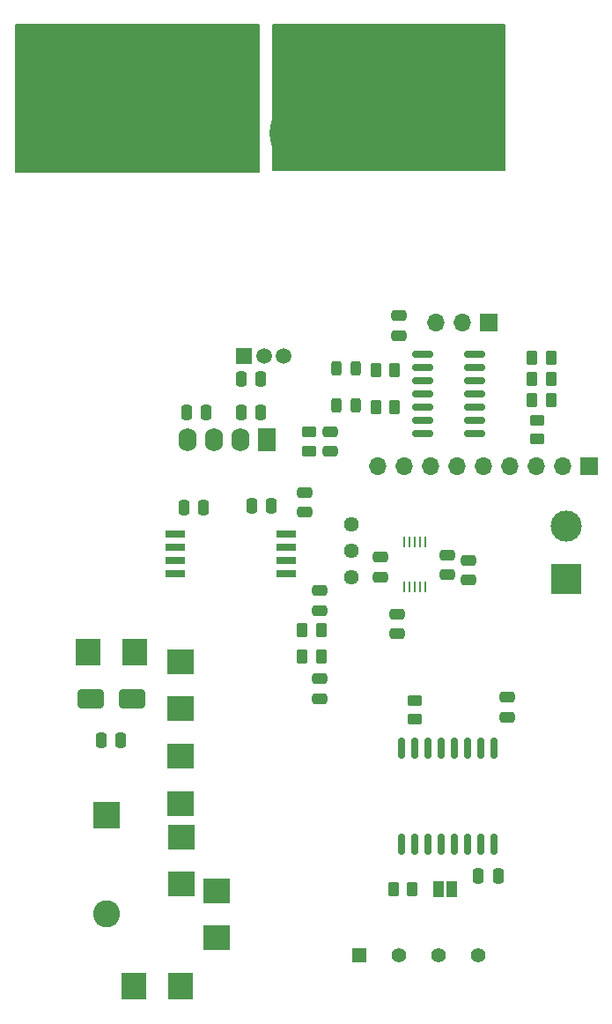
<source format=gbr>
%TF.GenerationSoftware,KiCad,Pcbnew,7.0.11-7.0.11~ubuntu20.04.1*%
%TF.CreationDate,2024-08-15T08:53:24+02:00*%
%TF.ProjectId,diyBMS_CurrentVoltage_ADS1115,64697942-4d53-45f4-9375-7272656e7456,rev?*%
%TF.SameCoordinates,Original*%
%TF.FileFunction,Soldermask,Top*%
%TF.FilePolarity,Negative*%
%FSLAX46Y46*%
G04 Gerber Fmt 4.6, Leading zero omitted, Abs format (unit mm)*
G04 Created by KiCad (PCBNEW 7.0.11-7.0.11~ubuntu20.04.1) date 2024-08-15 08:53:24*
%MOMM*%
%LPD*%
G01*
G04 APERTURE LIST*
G04 Aperture macros list*
%AMRoundRect*
0 Rectangle with rounded corners*
0 $1 Rounding radius*
0 $2 $3 $4 $5 $6 $7 $8 $9 X,Y pos of 4 corners*
0 Add a 4 corners polygon primitive as box body*
4,1,4,$2,$3,$4,$5,$6,$7,$8,$9,$2,$3,0*
0 Add four circle primitives for the rounded corners*
1,1,$1+$1,$2,$3*
1,1,$1+$1,$4,$5*
1,1,$1+$1,$6,$7*
1,1,$1+$1,$8,$9*
0 Add four rect primitives between the rounded corners*
20,1,$1+$1,$2,$3,$4,$5,0*
20,1,$1+$1,$4,$5,$6,$7,0*
20,1,$1+$1,$6,$7,$8,$9,0*
20,1,$1+$1,$8,$9,$2,$3,0*%
%AMHorizOval*
0 Thick line with rounded ends*
0 $1 width*
0 $2 $3 position (X,Y) of the first rounded end (center of the circle)*
0 $4 $5 position (X,Y) of the second rounded end (center of the circle)*
0 Add line between two ends*
20,1,$1,$2,$3,$4,$5,0*
0 Add two circle primitives to create the rounded ends*
1,1,$1,$2,$3*
1,1,$1,$4,$5*%
G04 Aperture macros list end*
%ADD10C,0.150000*%
%ADD11C,0.200000*%
%ADD12R,2.600000X2.484000*%
%ADD13RoundRect,0.150000X-0.150000X0.875000X-0.150000X-0.875000X0.150000X-0.875000X0.150000X0.875000X0*%
%ADD14R,1.400000X1.400000*%
%ADD15C,1.400000*%
%ADD16R,1.700000X1.700000*%
%ADD17O,1.700000X1.700000*%
%ADD18RoundRect,0.250000X0.475000X-0.250000X0.475000X0.250000X-0.475000X0.250000X-0.475000X-0.250000X0*%
%ADD19C,3.200000*%
%ADD20RoundRect,0.250000X-0.250000X-0.475000X0.250000X-0.475000X0.250000X0.475000X-0.250000X0.475000X0*%
%ADD21RoundRect,0.250000X0.250000X0.475000X-0.250000X0.475000X-0.250000X-0.475000X0.250000X-0.475000X0*%
%ADD22RoundRect,0.250000X-0.475000X0.250000X-0.475000X-0.250000X0.475000X-0.250000X0.475000X0.250000X0*%
%ADD23RoundRect,0.250000X-0.262500X-0.450000X0.262500X-0.450000X0.262500X0.450000X-0.262500X0.450000X0*%
%ADD24RoundRect,0.250000X1.000000X0.650000X-1.000000X0.650000X-1.000000X-0.650000X1.000000X-0.650000X0*%
%ADD25RoundRect,0.250000X0.450000X-0.262500X0.450000X0.262500X-0.450000X0.262500X-0.450000X-0.262500X0*%
%ADD26R,2.484000X2.600000*%
%ADD27R,2.600000X2.600000*%
%ADD28C,2.600000*%
%ADD29R,1.905000X0.640000*%
%ADD30R,0.250000X1.100000*%
%ADD31R,1.500000X1.500000*%
%ADD32C,1.500000*%
%ADD33HorizOval,0.800000X0.000000X0.000000X0.000000X0.000000X0*%
%ADD34HorizOval,0.800000X0.000000X0.000000X0.000000X0.000000X0*%
%ADD35C,0.800000*%
%ADD36O,9.000000X6.000000*%
%ADD37RoundRect,0.250000X0.262500X0.450000X-0.262500X0.450000X-0.262500X-0.450000X0.262500X-0.450000X0*%
%ADD38RoundRect,0.243750X-0.243750X-0.456250X0.243750X-0.456250X0.243750X0.456250X-0.243750X0.456250X0*%
%ADD39R,1.000000X1.500000*%
%ADD40RoundRect,0.250000X-0.450000X0.262500X-0.450000X-0.262500X0.450000X-0.262500X0.450000X0.262500X0*%
%ADD41R,3.000000X3.000000*%
%ADD42C,3.000000*%
%ADD43RoundRect,0.150000X-0.825000X-0.150000X0.825000X-0.150000X0.825000X0.150000X-0.825000X0.150000X0*%
%ADD44C,1.440000*%
%ADD45R,1.750000X2.250000*%
%ADD46O,1.750000X2.250000*%
G04 APERTURE END LIST*
D10*
X48895000Y-7620000D02*
X71120000Y-7620000D01*
X71120000Y-21590000D01*
X48895000Y-21590000D01*
X48895000Y-7620000D01*
G36*
X48895000Y-7620000D02*
G01*
X71120000Y-7620000D01*
X71120000Y-21590000D01*
X48895000Y-21590000D01*
X48895000Y-7620000D01*
G37*
D11*
X24130000Y-7620000D02*
X47498000Y-7620000D01*
X47498000Y-21711000D01*
X24130000Y-21711000D01*
X24130000Y-7620000D01*
G36*
X24130000Y-7620000D02*
G01*
X47498000Y-7620000D01*
X47498000Y-21711000D01*
X24130000Y-21711000D01*
X24130000Y-7620000D01*
G37*
D12*
%TO.C,R5*%
X39977000Y-73317500D03*
X39977000Y-68801500D03*
%TD*%
D13*
%TO.C,U5*%
X70104000Y-77060000D03*
X68834000Y-77060000D03*
X67564000Y-77060000D03*
X66294000Y-77060000D03*
X65024000Y-77060000D03*
X63754000Y-77060000D03*
X62484000Y-77060000D03*
X61214000Y-77060000D03*
X61214000Y-86360000D03*
X62484000Y-86360000D03*
X63754000Y-86360000D03*
X65024000Y-86360000D03*
X66294000Y-86360000D03*
X67564000Y-86360000D03*
X68834000Y-86360000D03*
X70104000Y-86360000D03*
%TD*%
D14*
%TO.C,J3*%
X57194000Y-96950000D03*
D15*
X61004000Y-96950000D03*
X64814000Y-96950000D03*
X68624000Y-96950000D03*
%TD*%
D16*
%TO.C,J8*%
X69596000Y-36195000D03*
D17*
X67056000Y-36195000D03*
X64516000Y-36195000D03*
%TD*%
D18*
%TO.C,C16*%
X67691000Y-60955000D03*
X67691000Y-59055000D03*
%TD*%
%TO.C,C3*%
X51943000Y-54417000D03*
X51943000Y-52517000D03*
%TD*%
D19*
%TO.C,J5*%
X35931000Y-9783000D03*
X31496000Y-9783000D03*
X27061000Y-9783000D03*
X35931000Y-14218000D03*
X31496000Y-14218000D03*
X27061000Y-14218000D03*
X35931000Y-18653000D03*
X31496000Y-18653000D03*
X27061000Y-18653000D03*
%TD*%
D20*
%TO.C,C10*%
X68629000Y-89330000D03*
X70529000Y-89330000D03*
%TD*%
%TO.C,C8*%
X46802000Y-53848000D03*
X48702000Y-53848000D03*
%TD*%
D21*
%TO.C,C6*%
X34262000Y-76329500D03*
X32362000Y-76329500D03*
%TD*%
D12*
%TO.C,R3*%
X40040500Y-90144500D03*
X40040500Y-85628500D03*
%TD*%
D22*
%TO.C,C9*%
X65659000Y-58552000D03*
X65659000Y-60452000D03*
%TD*%
D18*
%TO.C,C5*%
X71374000Y-74090000D03*
X71374000Y-72190000D03*
%TD*%
D22*
%TO.C,C13*%
X53363500Y-61981000D03*
X53363500Y-63881000D03*
%TD*%
D20*
%TO.C,C11*%
X45786000Y-41656000D03*
X47686000Y-41656000D03*
%TD*%
D23*
%TO.C,R8*%
X51689000Y-68326000D03*
X53514000Y-68326000D03*
%TD*%
D24*
%TO.C,D1*%
X35312000Y-72329500D03*
X31312000Y-72329500D03*
%TD*%
D20*
%TO.C,C1*%
X40579000Y-44831000D03*
X42479000Y-44831000D03*
%TD*%
D25*
%TO.C,R17*%
X52324000Y-48561000D03*
X52324000Y-46736000D03*
%TD*%
D12*
%TO.C,R4*%
X39977000Y-82397500D03*
X39977000Y-77881500D03*
%TD*%
D20*
%TO.C,C4*%
X45786000Y-44831000D03*
X47686000Y-44831000D03*
%TD*%
D16*
%TO.C,J2*%
X79248000Y-50038000D03*
D17*
X76708000Y-50038000D03*
X74168000Y-50038000D03*
X71628000Y-50038000D03*
X69088000Y-50038000D03*
X66548000Y-50038000D03*
X64008000Y-50038000D03*
X61468000Y-50038000D03*
X58928000Y-50038000D03*
%TD*%
D22*
%TO.C,C14*%
X53363500Y-70424000D03*
X53363500Y-72324000D03*
%TD*%
D25*
%TO.C,R14*%
X74271500Y-47394500D03*
X74271500Y-45569500D03*
%TD*%
D26*
%TO.C,R1*%
X35496500Y-99951500D03*
X40012500Y-99951500D03*
%TD*%
D23*
%TO.C,R9*%
X73763500Y-43688000D03*
X75588500Y-43688000D03*
%TD*%
%TO.C,R12*%
X58754000Y-44296252D03*
X60579000Y-44296252D03*
%TD*%
%TO.C,R13*%
X58754000Y-40740252D03*
X60579000Y-40740252D03*
%TD*%
D27*
%TO.C,J7*%
X32865000Y-83505000D03*
D28*
X32865000Y-93025000D03*
%TD*%
D29*
%TO.C,U1*%
X39470000Y-56515000D03*
X39470000Y-57785000D03*
X39470000Y-59055000D03*
X39470000Y-60325000D03*
X50165000Y-60325000D03*
X50165000Y-59055000D03*
X50165000Y-57785000D03*
X50165000Y-56515000D03*
%TD*%
D30*
%TO.C,U2*%
X61484000Y-61586000D03*
X61984000Y-61586000D03*
X62484000Y-61586000D03*
X62984000Y-61586000D03*
X63484000Y-61586000D03*
X63484000Y-57286000D03*
X62984000Y-57286000D03*
X62484000Y-57286000D03*
X61984000Y-57286000D03*
X61484000Y-57286000D03*
%TD*%
D12*
%TO.C,R2*%
X43469500Y-95314500D03*
X43469500Y-90798500D03*
%TD*%
D31*
%TO.C,U3*%
X46106000Y-39378000D03*
D32*
X48016000Y-39378000D03*
X49926000Y-39378000D03*
D33*
X49066000Y-17348000D03*
D34*
X49066000Y-18608000D03*
D35*
X49816000Y-16318000D03*
X49816000Y-19638000D03*
X51016000Y-15928000D03*
X51016000Y-20028000D03*
X52346000Y-15928000D03*
X52346000Y-20028000D03*
D36*
X53016000Y-17978000D03*
D35*
X53686000Y-15928000D03*
X53686000Y-20028000D03*
X55016000Y-15928000D03*
X55016000Y-20028000D03*
X56216000Y-16318000D03*
X56216000Y-19638000D03*
X56966000Y-17348000D03*
X56966000Y-18608000D03*
X39066000Y-17348000D03*
X39066000Y-18608000D03*
X39816000Y-16318000D03*
X39816000Y-19638000D03*
X41016000Y-15928000D03*
X41016000Y-20028000D03*
X42346000Y-15928000D03*
X42346000Y-20028000D03*
D36*
X43016000Y-17978000D03*
D35*
X43686000Y-15928000D03*
X43686000Y-20028000D03*
X45016000Y-15928000D03*
X45016000Y-20028000D03*
X46216000Y-16318000D03*
X46216000Y-19638000D03*
D34*
X46966000Y-17348000D03*
D33*
X46966000Y-18608000D03*
%TD*%
D37*
%TO.C,R10*%
X75588500Y-39624000D03*
X73763500Y-39624000D03*
%TD*%
D38*
%TO.C,D2*%
X54942500Y-44196000D03*
X56817500Y-44196000D03*
%TD*%
D23*
%TO.C,R7*%
X51689000Y-65786000D03*
X53514000Y-65786000D03*
%TD*%
D39*
%TO.C,JP1*%
X64799000Y-90600000D03*
X66099000Y-90600000D03*
%TD*%
D26*
%TO.C,R6*%
X35570000Y-67884500D03*
X31054000Y-67884500D03*
%TD*%
D18*
%TO.C,C7*%
X60960000Y-37460000D03*
X60960000Y-35560000D03*
%TD*%
D40*
%TO.C,R15*%
X62484000Y-72493500D03*
X62484000Y-74318500D03*
%TD*%
D18*
%TO.C,C15*%
X60833000Y-66101000D03*
X60833000Y-64201000D03*
%TD*%
D41*
%TO.C,J6*%
X77089000Y-60833000D03*
D42*
X77089000Y-55753000D03*
%TD*%
D20*
%TO.C,C2*%
X40325000Y-53975000D03*
X42225000Y-53975000D03*
%TD*%
D43*
%TO.C,U4*%
X63287500Y-39216252D03*
X63287500Y-40486252D03*
X63287500Y-41756252D03*
X63287500Y-43026252D03*
X63287500Y-44296252D03*
X63287500Y-45566252D03*
X63287500Y-46836252D03*
X68237500Y-46836252D03*
X68237500Y-45566252D03*
X68237500Y-44296252D03*
X68237500Y-43026252D03*
X68237500Y-41756252D03*
X68237500Y-40486252D03*
X68237500Y-39216252D03*
%TD*%
D44*
%TO.C,RV1*%
X56406000Y-55616000D03*
X56406000Y-58156000D03*
X56406000Y-60696000D03*
%TD*%
D37*
%TO.C,R11*%
X75588500Y-41656000D03*
X73763500Y-41656000D03*
%TD*%
%TO.C,R16*%
X62274000Y-90600000D03*
X60449000Y-90600000D03*
%TD*%
D38*
%TO.C,D3*%
X54942500Y-40640000D03*
X56817500Y-40640000D03*
%TD*%
D19*
%TO.C,J4*%
X68961000Y-9783000D03*
X64526000Y-9783000D03*
X60091000Y-9783000D03*
X68961000Y-14218000D03*
X64526000Y-14218000D03*
X60091000Y-14218000D03*
X68961000Y-18653000D03*
X64526000Y-18653000D03*
X60091000Y-18653000D03*
%TD*%
D45*
%TO.C,PS1*%
X48260000Y-47433500D03*
D46*
X45720000Y-47433500D03*
X43180000Y-47433500D03*
X40640000Y-47433500D03*
%TD*%
D18*
%TO.C,C12*%
X54356000Y-48578500D03*
X54356000Y-46678500D03*
%TD*%
D22*
%TO.C,C17*%
X59182000Y-58740000D03*
X59182000Y-60640000D03*
%TD*%
M02*

</source>
